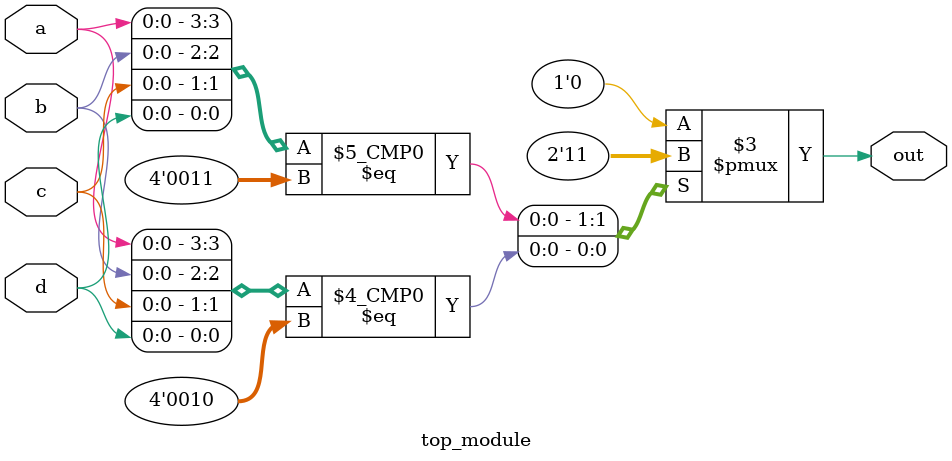
<source format=sv>
module top_module (
	input a, 
	input b,
	input c,
	input d,
	output reg out
);
   
   always @(*) begin
      case ({a, b, c, d})
         2'b0000: out = 1'b0;
         2'b0001: out = 1'b0;
         2'b0011: out = 1'b1;
         2'b0010: out = 1'b1;
         2'b0100: out = 1'bx;
         2'b0101: out = 1'b0;
         2'b0111: out = 1'b0;
         2'b0110: out = 1'b0;
         2'b1100: out = 1'b1;
         2'b1101: out = 1'bx;
         2'b1111: out = 1'b1;
         2'b1110: out = 1'b1;
         2'b1000: out = 1'b1;
         2'b1001: out = 1'bx;
         2'b1011: out = 1'b1;
         2'b1010: out = 1'b1;
         default: out = 0;
      endcase
   end

endmodule

</source>
